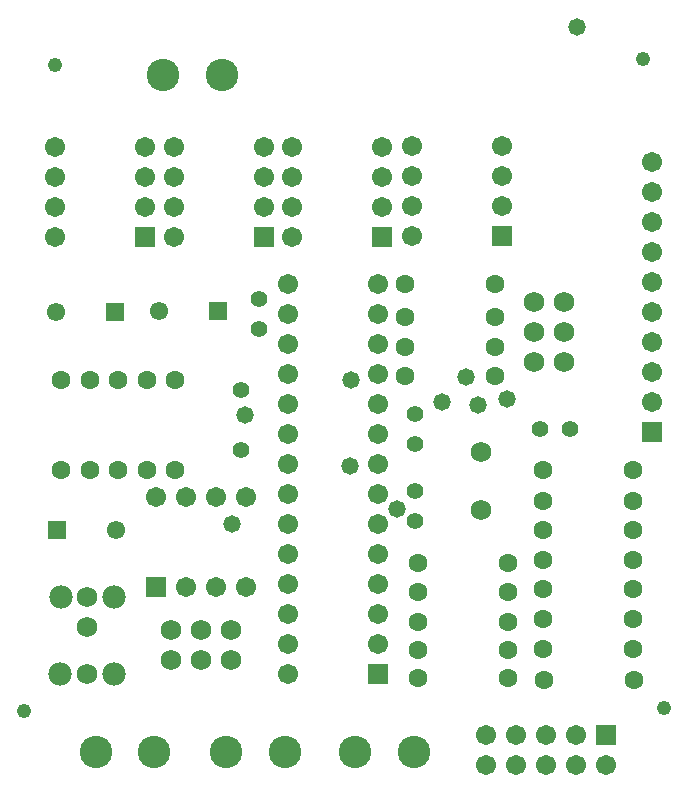
<source format=gbs>
%FSAX24Y24*%
%MOIN*%
G70*
G01*
G75*
G04 Layer_Color=16711935*
%ADD10R,0.0591X0.0551*%
%ADD11R,0.0551X0.0591*%
%ADD12C,0.0100*%
%ADD13C,0.0472*%
%ADD14C,0.0400*%
%ADD15C,0.0591*%
%ADD16R,0.0591X0.0591*%
%ADD17C,0.1000*%
%ADD18R,0.0591X0.0591*%
%ADD19C,0.0532*%
%ADD20R,0.0532X0.0532*%
%ADD21C,0.0551*%
%ADD22C,0.0600*%
%ADD23C,0.0700*%
%ADD24C,0.0500*%
%ADD25C,0.0236*%
%ADD26C,0.0098*%
%ADD27C,0.0079*%
%ADD28R,0.0671X0.0631*%
%ADD29R,0.0631X0.0671*%
%ADD30C,0.0552*%
%ADD31C,0.0480*%
%ADD32C,0.0671*%
%ADD33R,0.0671X0.0671*%
%ADD34C,0.1080*%
%ADD35R,0.0671X0.0671*%
%ADD36C,0.0612*%
%ADD37R,0.0612X0.0612*%
%ADD38C,0.0631*%
%ADD39C,0.0680*%
%ADD40C,0.0780*%
%ADD41C,0.0580*%
D30*
X017050Y023600D02*
D03*
Y021600D02*
D03*
X017650Y025650D02*
D03*
Y026650D02*
D03*
X022850Y020250D02*
D03*
Y019250D02*
D03*
Y022800D02*
D03*
Y021800D02*
D03*
X027000Y022300D02*
D03*
X028000D02*
D03*
D31*
X031150Y013000D02*
D03*
X009800Y012900D02*
D03*
X010850Y034450D02*
D03*
X030450Y034650D02*
D03*
D32*
X010850Y031700D02*
D03*
Y030700D02*
D03*
Y029700D02*
D03*
Y028700D02*
D03*
X013850Y031700D02*
D03*
Y030700D02*
D03*
Y029700D02*
D03*
X030750Y024200D02*
D03*
Y031200D02*
D03*
Y030200D02*
D03*
Y029200D02*
D03*
Y028200D02*
D03*
Y027200D02*
D03*
Y026200D02*
D03*
Y025200D02*
D03*
Y023200D02*
D03*
X017200Y020050D02*
D03*
X016200D02*
D03*
X015200D02*
D03*
X014200D02*
D03*
X017200Y017050D02*
D03*
X016200D02*
D03*
X015200D02*
D03*
X018750Y031700D02*
D03*
Y030700D02*
D03*
Y029700D02*
D03*
Y028700D02*
D03*
X021750Y031700D02*
D03*
Y030700D02*
D03*
Y029700D02*
D03*
X022750Y031750D02*
D03*
Y030750D02*
D03*
Y029750D02*
D03*
Y028750D02*
D03*
X025750Y031750D02*
D03*
Y030750D02*
D03*
Y029750D02*
D03*
X014800Y031700D02*
D03*
Y030700D02*
D03*
Y029700D02*
D03*
Y028700D02*
D03*
X017800Y031700D02*
D03*
Y030700D02*
D03*
Y029700D02*
D03*
X021600Y015150D02*
D03*
Y016150D02*
D03*
Y017150D02*
D03*
Y018150D02*
D03*
Y019150D02*
D03*
Y020150D02*
D03*
Y021150D02*
D03*
Y022150D02*
D03*
Y023150D02*
D03*
Y024150D02*
D03*
Y025150D02*
D03*
Y026150D02*
D03*
Y027150D02*
D03*
X018600Y014150D02*
D03*
Y015150D02*
D03*
Y016150D02*
D03*
Y017150D02*
D03*
Y018150D02*
D03*
Y019150D02*
D03*
Y020150D02*
D03*
Y021150D02*
D03*
Y022150D02*
D03*
Y023150D02*
D03*
Y024150D02*
D03*
Y025150D02*
D03*
Y026150D02*
D03*
Y027150D02*
D03*
X029200Y011100D02*
D03*
X028200Y012100D02*
D03*
Y011100D02*
D03*
X027200Y012100D02*
D03*
Y011100D02*
D03*
X026200Y012100D02*
D03*
Y011100D02*
D03*
X025200Y012100D02*
D03*
Y011100D02*
D03*
D33*
X013850Y028700D02*
D03*
X021750D02*
D03*
X025750Y028750D02*
D03*
X017800Y028700D02*
D03*
X021600Y014150D02*
D03*
X029200Y012100D02*
D03*
D34*
X014450Y034100D02*
D03*
X016400D02*
D03*
X022800Y011550D02*
D03*
X020850D02*
D03*
X018500D02*
D03*
X016550D02*
D03*
X014150D02*
D03*
X012200D02*
D03*
D35*
X030750Y022200D02*
D03*
X014200Y017050D02*
D03*
D36*
X010866Y026200D02*
D03*
X012884Y018950D02*
D03*
X014316Y026250D02*
D03*
D37*
X012834Y026200D02*
D03*
X010916Y018950D02*
D03*
X016284Y026250D02*
D03*
D38*
X011050Y020950D02*
D03*
Y023950D02*
D03*
X012000D02*
D03*
Y020950D02*
D03*
X012950D02*
D03*
Y023950D02*
D03*
X022950Y016851D02*
D03*
X025950D02*
D03*
X022950Y017835D02*
D03*
X025950D02*
D03*
X022500Y024056D02*
D03*
X025500D02*
D03*
Y025041D02*
D03*
X022500D02*
D03*
Y026025D02*
D03*
X025500D02*
D03*
X030100Y016951D02*
D03*
X027100D02*
D03*
X030100Y017935D02*
D03*
X027100D02*
D03*
Y018919D02*
D03*
X030100D02*
D03*
Y019904D02*
D03*
X027100D02*
D03*
X030100Y020950D02*
D03*
X027100D02*
D03*
X014850D02*
D03*
Y023950D02*
D03*
X013900D02*
D03*
Y020950D02*
D03*
X022950Y014000D02*
D03*
X025950D02*
D03*
X022950Y014950D02*
D03*
X025950D02*
D03*
X022950Y015867D02*
D03*
X025950D02*
D03*
X030150Y013950D02*
D03*
X027150D02*
D03*
X030100Y014982D02*
D03*
X027100D02*
D03*
X030100Y015967D02*
D03*
X027100D02*
D03*
X025500Y027150D02*
D03*
X022500D02*
D03*
D39*
X026800Y024550D02*
D03*
X027800D02*
D03*
Y025550D02*
D03*
X026800D02*
D03*
X027800Y026550D02*
D03*
X026800D02*
D03*
X016700Y014600D02*
D03*
Y015600D02*
D03*
X015700D02*
D03*
Y014600D02*
D03*
X014700Y015600D02*
D03*
Y014600D02*
D03*
X025050Y019600D02*
D03*
Y021550D02*
D03*
X011900Y015700D02*
D03*
Y016700D02*
D03*
Y014150D02*
D03*
D40*
X012800D02*
D03*
X011050Y016700D02*
D03*
X012800D02*
D03*
X011000Y014150D02*
D03*
D41*
X024550Y024050D02*
D03*
X017180Y022780D02*
D03*
X022250Y019650D02*
D03*
X020700Y023950D02*
D03*
X016750Y019150D02*
D03*
X020670Y021080D02*
D03*
X028250Y035700D02*
D03*
X024950Y023100D02*
D03*
X023750Y023210D02*
D03*
X025926Y023300D02*
D03*
M02*

</source>
